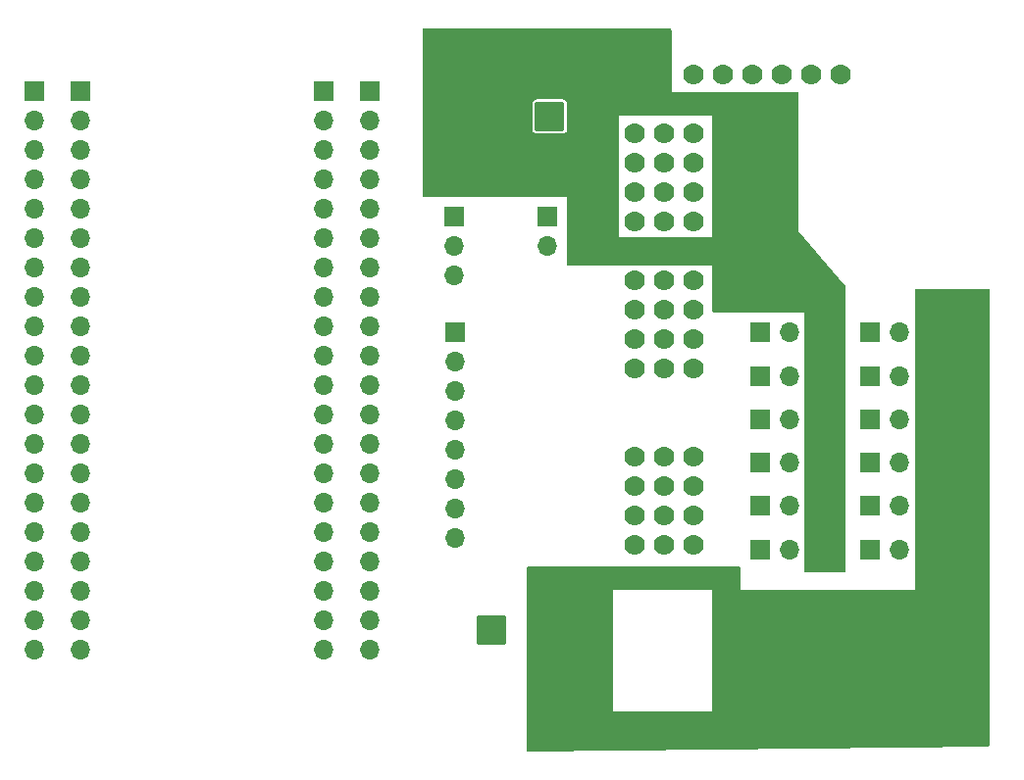
<source format=gbr>
%TF.GenerationSoftware,KiCad,Pcbnew,9.0.0*%
%TF.CreationDate,2025-03-26T16:28:11-04:00*%
%TF.ProjectId,spotmicro21mm,73706f74-6d69-4637-926f-32316d6d2e6b,rev?*%
%TF.SameCoordinates,Original*%
%TF.FileFunction,Copper,L2,Inr*%
%TF.FilePolarity,Positive*%
%FSLAX46Y46*%
G04 Gerber Fmt 4.6, Leading zero omitted, Abs format (unit mm)*
G04 Created by KiCad (PCBNEW 9.0.0) date 2025-03-26 16:28:11*
%MOMM*%
%LPD*%
G01*
G04 APERTURE LIST*
G04 Aperture macros list*
%AMRoundRect*
0 Rectangle with rounded corners*
0 $1 Rounding radius*
0 $2 $3 $4 $5 $6 $7 $8 $9 X,Y pos of 4 corners*
0 Add a 4 corners polygon primitive as box body*
4,1,4,$2,$3,$4,$5,$6,$7,$8,$9,$2,$3,0*
0 Add four circle primitives for the rounded corners*
1,1,$1+$1,$2,$3*
1,1,$1+$1,$4,$5*
1,1,$1+$1,$6,$7*
1,1,$1+$1,$8,$9*
0 Add four rect primitives between the rounded corners*
20,1,$1+$1,$2,$3,$4,$5,0*
20,1,$1+$1,$4,$5,$6,$7,0*
20,1,$1+$1,$6,$7,$8,$9,0*
20,1,$1+$1,$8,$9,$2,$3,0*%
G04 Aperture macros list end*
%TA.AperFunction,ComponentPad*%
%ADD10R,1.700000X1.700000*%
%TD*%
%TA.AperFunction,ComponentPad*%
%ADD11O,1.700000X1.700000*%
%TD*%
%TA.AperFunction,ComponentPad*%
%ADD12RoundRect,0.250000X1.050000X1.050000X-1.050000X1.050000X-1.050000X-1.050000X1.050000X-1.050000X0*%
%TD*%
%TA.AperFunction,ComponentPad*%
%ADD13C,2.600000*%
%TD*%
%TA.AperFunction,ComponentPad*%
%ADD14RoundRect,0.250000X-1.050000X-1.050000X1.050000X-1.050000X1.050000X1.050000X-1.050000X1.050000X0*%
%TD*%
%TA.AperFunction,ComponentPad*%
%ADD15C,1.778000*%
%TD*%
%TA.AperFunction,Conductor*%
%ADD16C,1.700000*%
%TD*%
G04 APERTURE END LIST*
D10*
%TO.N,/PWM-7*%
%TO.C,J9*%
X146170000Y-88000000D03*
D11*
%TO.N,/S2-PWR*%
X148710000Y-88000000D03*
%TO.N,/S2-GND*%
X151250000Y-88000000D03*
%TD*%
D10*
%TO.N,/ESP-32Pin*%
%TO.C,J14*%
X87500000Y-63360000D03*
D11*
X87500000Y-65900000D03*
X87500000Y-68440000D03*
X87500000Y-70980000D03*
X87500000Y-73520000D03*
X87500000Y-76060000D03*
X87500000Y-78600000D03*
X87500000Y-81140000D03*
X87500000Y-83680000D03*
X87500000Y-86220000D03*
X87500000Y-88760000D03*
X87500000Y-91300000D03*
X87500000Y-93840000D03*
X87500000Y-96380000D03*
X87500000Y-98920000D03*
X87500000Y-101460000D03*
X87500000Y-104000000D03*
X87500000Y-106540000D03*
X87500000Y-109080000D03*
X87500000Y-111620000D03*
%TD*%
D10*
%TO.N,/PWM-4*%
%TO.C,J6*%
X155670000Y-99250000D03*
D11*
%TO.N,/S1-PWR*%
X158210000Y-99250000D03*
%TO.N,/S1-GND*%
X160750000Y-99250000D03*
%TD*%
D10*
%TO.N,/Global SCL*%
%TO.C,J18*%
X127750000Y-74250000D03*
D11*
%TO.N,/Global SDA*%
X127750000Y-76790000D03*
%TD*%
D12*
%TO.N,/S2-PWR*%
%TO.C,J21*%
X127993453Y-65577500D03*
D13*
%TO.N,/S2-GND*%
X122993453Y-65577500D03*
%TD*%
D10*
%TO.N,/PWM-2*%
%TO.C,J4*%
X155670000Y-91750000D03*
D11*
%TO.N,/S1-PWR*%
X158210000Y-91750000D03*
%TO.N,/S1-GND*%
X160750000Y-91750000D03*
%TD*%
D10*
%TO.N,/ESP-32Pin*%
%TO.C,J17*%
X112500000Y-63400000D03*
D11*
X112500000Y-65940000D03*
X112500000Y-68480000D03*
X112500000Y-71020000D03*
X112500000Y-73560000D03*
X112500000Y-76100000D03*
X112500000Y-78640000D03*
X112500000Y-81180000D03*
X112500000Y-83720000D03*
X112500000Y-86260000D03*
X112500000Y-88800000D03*
X112500000Y-91340000D03*
X112500000Y-93880000D03*
X112500000Y-96420000D03*
X112500000Y-98960000D03*
X112500000Y-101500000D03*
X112500000Y-104040000D03*
X112500000Y-106580000D03*
X112500000Y-109120000D03*
X112500000Y-111660000D03*
%TD*%
D10*
%TO.N,/PWM-11*%
%TO.C,J13*%
X146170000Y-103000000D03*
D11*
%TO.N,/S2-PWR*%
X148710000Y-103000000D03*
%TO.N,/S2-GND*%
X151250000Y-103000000D03*
%TD*%
D10*
%TO.N,/PWM-1*%
%TO.C,J3*%
X155670000Y-88000000D03*
D11*
%TO.N,/S1-PWR*%
X158210000Y-88000000D03*
%TO.N,/S1-GND*%
X160750000Y-88000000D03*
%TD*%
D10*
%TO.N,/ESP-32Pin*%
%TO.C,J15*%
X108500000Y-63400000D03*
D11*
X108500000Y-65940000D03*
X108500000Y-68480000D03*
X108500000Y-71020000D03*
X108500000Y-73560000D03*
X108500000Y-76100000D03*
X108500000Y-78640000D03*
X108500000Y-81180000D03*
X108500000Y-83720000D03*
X108500000Y-86260000D03*
X108500000Y-88800000D03*
X108500000Y-91340000D03*
X108500000Y-93880000D03*
X108500000Y-96420000D03*
X108500000Y-98960000D03*
X108500000Y-101500000D03*
X108500000Y-104040000D03*
X108500000Y-106580000D03*
X108500000Y-109120000D03*
X108500000Y-111660000D03*
%TD*%
D10*
%TO.N,/PWM-9*%
%TO.C,J11*%
X146170000Y-95500000D03*
D11*
%TO.N,/S2-PWR*%
X148710000Y-95500000D03*
%TO.N,/S2-GND*%
X151250000Y-95500000D03*
%TD*%
D14*
%TO.N,/S1-PWR*%
%TO.C,J1*%
X123000000Y-110000000D03*
D13*
%TO.N,/S1-GND*%
X128000000Y-110000000D03*
%TD*%
D10*
%TO.N,/ESP-32Pin*%
%TO.C,J16*%
X83500000Y-63360000D03*
D11*
X83500000Y-65900000D03*
X83500000Y-68440000D03*
X83500000Y-70980000D03*
X83500000Y-73520000D03*
X83500000Y-76060000D03*
X83500000Y-78600000D03*
X83500000Y-81140000D03*
X83500000Y-83680000D03*
X83500000Y-86220000D03*
X83500000Y-88760000D03*
X83500000Y-91300000D03*
X83500000Y-93840000D03*
X83500000Y-96380000D03*
X83500000Y-98920000D03*
X83500000Y-101460000D03*
X83500000Y-104000000D03*
X83500000Y-106540000D03*
X83500000Y-109080000D03*
X83500000Y-111620000D03*
%TD*%
D10*
%TO.N,/PWM-6*%
%TO.C,J8*%
X146170000Y-84250000D03*
D11*
%TO.N,/S2-PWR*%
X148710000Y-84250000D03*
%TO.N,/S2-GND*%
X151250000Y-84250000D03*
%TD*%
D10*
%TO.N,/PWM-3*%
%TO.C,J5*%
X155670000Y-95500000D03*
D11*
%TO.N,/S1-PWR*%
X158210000Y-95500000D03*
%TO.N,/S1-GND*%
X160750000Y-95500000D03*
%TD*%
D10*
%TO.N,/PWM-8*%
%TO.C,J10*%
X146170000Y-91750000D03*
D11*
%TO.N,/S2-PWR*%
X148710000Y-91750000D03*
%TO.N,/S2-GND*%
X151250000Y-91750000D03*
%TD*%
D10*
%TO.N,/ESP32-3v3*%
%TO.C,J20*%
X119800000Y-84260000D03*
D11*
%TO.N,/ESP32-GND*%
X119800000Y-86800000D03*
%TO.N,/Global SCL*%
X119800000Y-89340000D03*
%TO.N,/Global SDA*%
X119800000Y-91880000D03*
%TO.N,unconnected-(J20-Pin_5-Pad5)*%
X119800000Y-94420000D03*
%TO.N,unconnected-(J20-Pin_6-Pad6)*%
X119800000Y-96960000D03*
%TO.N,unconnected-(J20-Pin_7-Pad7)*%
X119800000Y-99500000D03*
%TO.N,unconnected-(J20-Pin_8-Pad8)*%
X119800000Y-102040000D03*
%TD*%
D10*
%TO.N,/PWM-10*%
%TO.C,J12*%
X146170000Y-99250000D03*
D11*
%TO.N,/S2-PWR*%
X148710000Y-99250000D03*
%TO.N,/S2-GND*%
X151250000Y-99250000D03*
%TD*%
D10*
%TO.N,/ESP32-GND*%
%TO.C,J19*%
X119750000Y-74210000D03*
D11*
%TO.N,/ESP32-3v3*%
X119750000Y-76750000D03*
%TO.N,/ESP32-5v*%
X119750000Y-79290000D03*
%TD*%
D10*
%TO.N,/PWM-5*%
%TO.C,J7*%
X155670000Y-103000000D03*
D11*
%TO.N,/S1-PWR*%
X158210000Y-103000000D03*
%TO.N,/S1-GND*%
X160750000Y-103000000D03*
%TD*%
D15*
%TO.N,/PWM-0*%
%TO.C,U2*%
X140440000Y-67050000D03*
%TO.N,/PWM-1*%
X140440000Y-69590000D03*
%TO.N,/PWM-2*%
X140440000Y-72130000D03*
%TO.N,/PWM-3*%
X140440000Y-74670000D03*
%TO.N,/PWM-4*%
X140440000Y-79750000D03*
%TO.N,/PWM-5*%
X140440000Y-82290000D03*
%TO.N,/PWM-6*%
X140440000Y-84830000D03*
%TO.N,/PWM-7*%
X140440000Y-87370000D03*
%TO.N,/PWM-8*%
X140440000Y-94990000D03*
%TO.N,/PWM-9*%
X140440000Y-97530000D03*
%TO.N,/PWM-10*%
X140440000Y-100070000D03*
%TO.N,/PWM-11*%
X140440000Y-102610000D03*
%TO.N,/ESP32-GND*%
X153140000Y-61970000D03*
%TO.N,N/C*%
X135360000Y-67050000D03*
X135360000Y-69590000D03*
X135360000Y-72130000D03*
X135360000Y-74670000D03*
X135360000Y-79750000D03*
X135360000Y-82290000D03*
X135360000Y-84830000D03*
X135360000Y-87370000D03*
X135360000Y-94990000D03*
X135360000Y-97530000D03*
X135360000Y-100070000D03*
X135360000Y-102610000D03*
X150600000Y-61970000D03*
%TO.N,/Global SCL*%
X148060000Y-61970000D03*
%TO.N,/Global SDA*%
X145520000Y-61970000D03*
%TO.N,unconnected-(U2-V+-PadV+_1)*%
X140440000Y-61970000D03*
%TO.N,N/C*%
X137900000Y-67050000D03*
X137900000Y-69590000D03*
X137900000Y-72130000D03*
X137900000Y-74670000D03*
X137900000Y-79750000D03*
X137900000Y-82290000D03*
X137900000Y-84830000D03*
X137900000Y-87370000D03*
X137900000Y-94990000D03*
X137900000Y-97530000D03*
X137900000Y-100070000D03*
X137900000Y-102610000D03*
%TO.N,/ESP32-5v*%
X142980000Y-61970000D03*
%TD*%
D10*
%TO.N,/PWM-0*%
%TO.C,J2*%
X155670000Y-84250000D03*
D11*
%TO.N,/S1-PWR*%
X158210000Y-84250000D03*
%TO.N,/S1-GND*%
X160750000Y-84250000D03*
%TD*%
D16*
%TO.N,/S1-GND*%
X160750000Y-103000000D02*
X160750000Y-95500000D01*
X128000000Y-110000000D02*
X128000000Y-115000000D01*
X160750000Y-110750000D02*
X160750000Y-103000000D01*
X128000000Y-115000000D02*
X131500000Y-118500000D01*
X160750000Y-103000000D02*
X160750000Y-99250000D01*
X131500000Y-118500000D02*
X153000000Y-118500000D01*
X160750000Y-84250000D02*
X160750000Y-88000000D01*
X160750000Y-91750000D02*
X160750000Y-95500000D01*
X153000000Y-118500000D02*
X160750000Y-110750000D01*
X160750000Y-91750000D02*
X160750000Y-88000000D01*
%TO.N,/S2-GND*%
X151250000Y-91750000D02*
X151250000Y-95500000D01*
X142500000Y-64500000D02*
X146500000Y-68500000D01*
X133000000Y-61000000D02*
X136500000Y-64500000D01*
X147000000Y-78500000D02*
X149500000Y-78500000D01*
X151250000Y-95500000D02*
X151250000Y-99250000D01*
X151250000Y-99250000D02*
X151250000Y-103000000D01*
X125000000Y-61000000D02*
X133000000Y-61000000D01*
X151250000Y-88000000D02*
X151250000Y-91750000D01*
X151250000Y-84250000D02*
X151250000Y-88000000D01*
X122993453Y-63006547D02*
X125000000Y-61000000D01*
X122993453Y-65577500D02*
X122993453Y-63006547D01*
X146500000Y-78000000D02*
X147000000Y-78500000D01*
X146500000Y-68500000D02*
X146500000Y-78000000D01*
X149500000Y-78500000D02*
X151250000Y-80250000D01*
X151250000Y-80250000D02*
X151250000Y-84250000D01*
X136500000Y-64500000D02*
X142500000Y-64500000D01*
%TD*%
%TA.AperFunction,Conductor*%
%TO.N,/S2-GND*%
G36*
X134000000Y-76000000D02*
G01*
X142000000Y-76000000D01*
X142000000Y-78500000D01*
X129624000Y-78500000D01*
X129556961Y-78480315D01*
X129511206Y-78427511D01*
X129500000Y-78376000D01*
X129500000Y-72500000D01*
X134000000Y-72500000D01*
X134000000Y-76000000D01*
G37*
%TD.AperFunction*%
%TD*%
%TA.AperFunction,Conductor*%
%TO.N,/S2-GND*%
G36*
X138443039Y-58019685D02*
G01*
X138488794Y-58072489D01*
X138500000Y-58124000D01*
X138500000Y-63500000D01*
X149376000Y-63500000D01*
X149443039Y-63519685D01*
X149488794Y-63572489D01*
X149500000Y-63624000D01*
X149500000Y-71657949D01*
X149499684Y-71666789D01*
X149495024Y-71731977D01*
X149495024Y-71731992D01*
X149495047Y-72269008D01*
X149499684Y-72333789D01*
X149500000Y-72342641D01*
X149500000Y-75500000D01*
X153470148Y-80131839D01*
X153498831Y-80195549D01*
X153500000Y-80212536D01*
X153500000Y-104876000D01*
X153480315Y-104943039D01*
X153427511Y-104988794D01*
X153376000Y-105000000D01*
X150124000Y-105000000D01*
X150056961Y-104980315D01*
X150011206Y-104927511D01*
X150000000Y-104876000D01*
X150000000Y-82500000D01*
X142124000Y-82500000D01*
X142056961Y-82480315D01*
X142011206Y-82427511D01*
X142000000Y-82376000D01*
X142000000Y-78500000D01*
X142000000Y-65500000D01*
X134000000Y-65500000D01*
X134000000Y-72500000D01*
X117124000Y-72500000D01*
X117056961Y-72480315D01*
X117011206Y-72427511D01*
X117000000Y-72376000D01*
X117000000Y-64473230D01*
X126492953Y-64473230D01*
X126492953Y-66681769D01*
X126495806Y-66712199D01*
X126495806Y-66712201D01*
X126524736Y-66794875D01*
X126540660Y-66840382D01*
X126621303Y-66949650D01*
X126730571Y-67030293D01*
X126773298Y-67045244D01*
X126858752Y-67075146D01*
X126889183Y-67078000D01*
X126889187Y-67078000D01*
X129097723Y-67078000D01*
X129128152Y-67075146D01*
X129128154Y-67075146D01*
X129192243Y-67052719D01*
X129256335Y-67030293D01*
X129365603Y-66949650D01*
X129446246Y-66840382D01*
X129468672Y-66776290D01*
X129491099Y-66712201D01*
X129491099Y-66712199D01*
X129493953Y-66681769D01*
X129493953Y-64473230D01*
X129491099Y-64442800D01*
X129491099Y-64442798D01*
X129446246Y-64314619D01*
X129446245Y-64314617D01*
X129365603Y-64205350D01*
X129256335Y-64124707D01*
X129256333Y-64124706D01*
X129128153Y-64079853D01*
X129097723Y-64077000D01*
X129097719Y-64077000D01*
X126889187Y-64077000D01*
X126889183Y-64077000D01*
X126858753Y-64079853D01*
X126858751Y-64079853D01*
X126730572Y-64124706D01*
X126730570Y-64124707D01*
X126621303Y-64205350D01*
X126540660Y-64314617D01*
X126540659Y-64314619D01*
X126495806Y-64442798D01*
X126495806Y-64442800D01*
X126492953Y-64473230D01*
X117000000Y-64473230D01*
X117000000Y-58124000D01*
X117019685Y-58056961D01*
X117072489Y-58011206D01*
X117124000Y-58000000D01*
X138376000Y-58000000D01*
X138443039Y-58019685D01*
G37*
%TD.AperFunction*%
%TD*%
%TA.AperFunction,Conductor*%
%TO.N,/S1-GND*%
G36*
X144443039Y-104519685D02*
G01*
X144488794Y-104572489D01*
X144500000Y-104624000D01*
X144500000Y-106500000D01*
X133500000Y-106500000D01*
X133500000Y-104500000D01*
X144376000Y-104500000D01*
X144443039Y-104519685D01*
G37*
%TD.AperFunction*%
%TD*%
%TA.AperFunction,Conductor*%
%TO.N,/S1-GND*%
G36*
X165943039Y-80519685D02*
G01*
X165988794Y-80572489D01*
X166000000Y-80624000D01*
X166000000Y-119877433D01*
X165980315Y-119944472D01*
X165927511Y-119990227D01*
X165877442Y-120001425D01*
X126125442Y-120463658D01*
X126058178Y-120444754D01*
X126011812Y-120392485D01*
X126000000Y-120339666D01*
X126000000Y-104624000D01*
X126019685Y-104556961D01*
X126072489Y-104511206D01*
X126124000Y-104500000D01*
X133500000Y-104500000D01*
X133500000Y-117000000D01*
X142000000Y-117000000D01*
X142000000Y-106500000D01*
X159500000Y-106500000D01*
X159500000Y-80624000D01*
X159519685Y-80556961D01*
X159572489Y-80511206D01*
X159624000Y-80500000D01*
X165876000Y-80500000D01*
X165943039Y-80519685D01*
G37*
%TD.AperFunction*%
%TD*%
M02*

</source>
